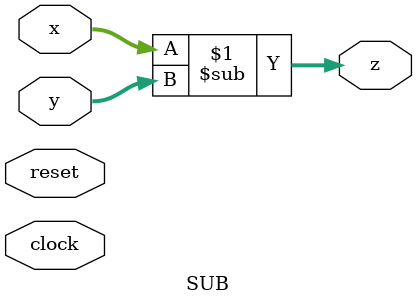
<source format=v>
module SUB(

    clock,
    reset,
    x,
    y,
    z);

input [15:0] x;
input [15:0] y;
output [15:0] z;
input clock;
input reset;
wire [15:0] x;
wire [15:0] y;
wire [15:0] z;
assign {z} = x - y;
endmodule //SUB

</source>
